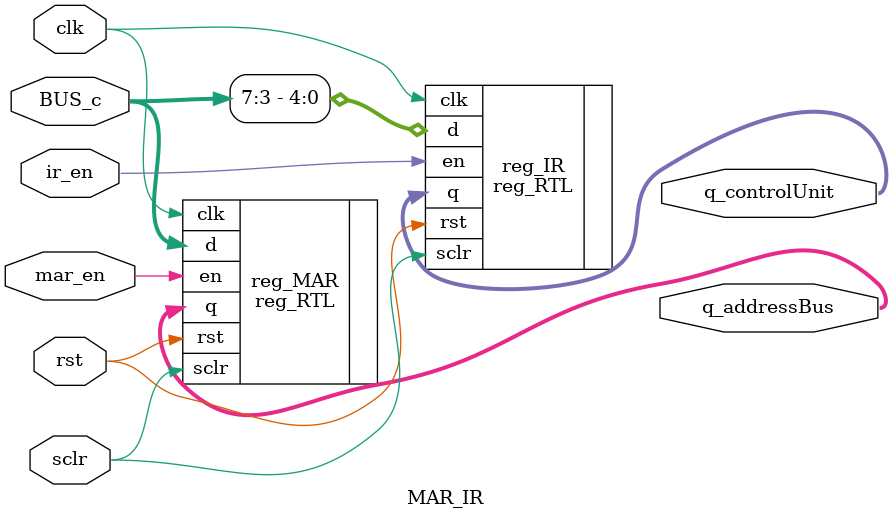
<source format=v>
module MAR_IR #(parameter N = 8) // Generic N
(
    input wire [7:0] BUS_c,
    input wire       ir_en,
	 input wire       mar_en,
    input wire       clk,
	 input wire       rst,
	 input  wire      sclr,
    output wire [4:0] q_controlUnit,
    output wire [7:0] q_addressBus
);



// Registro de IR
reg_RTL #(.MAX_WIDTH(5)) reg_IR (
    .d(BUS_c[7:3]),
    .clk(clk),
    .en(ir_en),
	 .sclr(sclr),
    .rst(rst),
	 .q(q_controlUnit)
);

// Registro de MAR
reg_RTL #(.MAX_WIDTH(N)) reg_MAR (
    .d(BUS_c),
    .clk(clk),
    .en(mar_en),
	 .sclr(sclr),
    .rst(rst),
    .q(q_addressBus)
);

endmodule





</source>
